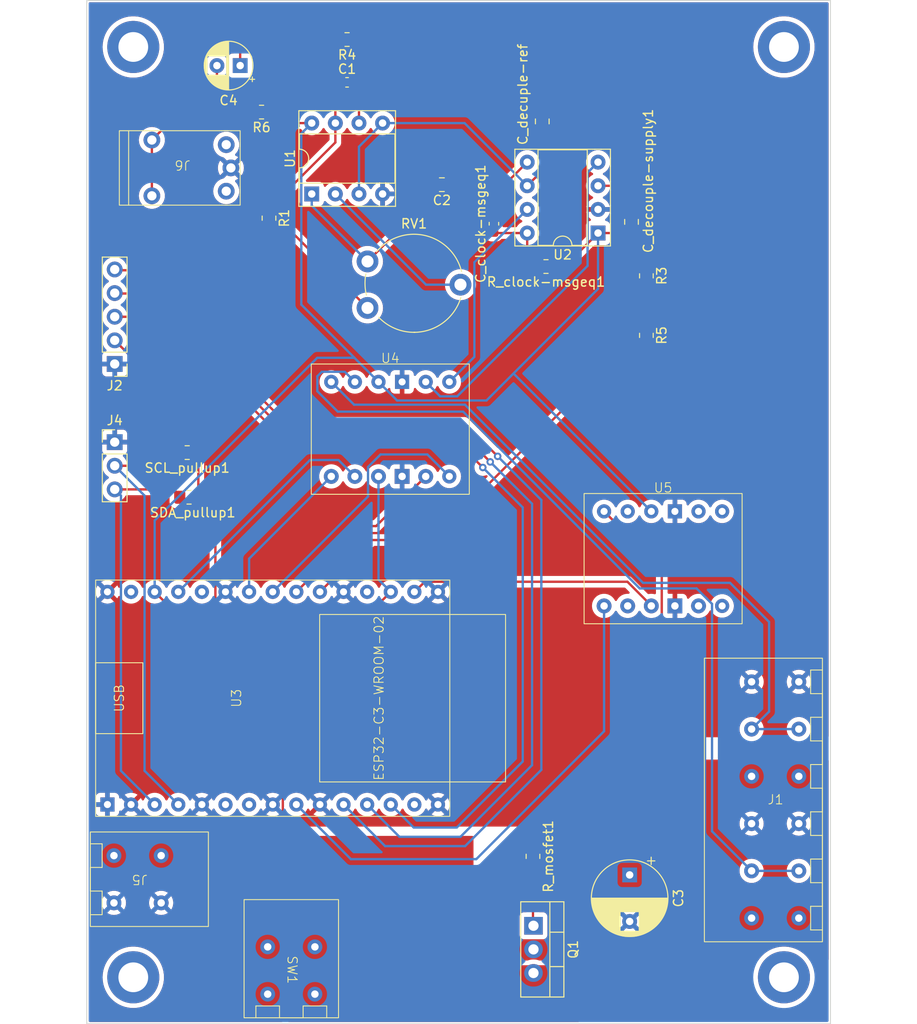
<source format=kicad_pcb>
(kicad_pcb (version 20221018) (generator pcbnew)
  (layers (0 "F.Cu" signal) (31 "B.Cu" signal) (34 "B.Paste" user) (35 "F.Paste" user) (36 "B.SilkS" user "B.Silkscreen") (37 "F.SilkS" user "F.Silkscreen") (38 "B.Mask" user) (39 "F.Mask" user) (44 "Edge.Cuts" user))
  (net 0 "")
  (net 1 "preamp_out")
  (net 2 "Net-(U1B--)")
  (net 3 "msgeq7-in")
  (net 4 "Net-(C2-Pad2)")
  (net 5 "5V_led")
  (net 6 "Net-(C4-Pad2)")
  (net 7 "5V")
  (net 8 "V_ref")
  (net 9 "Net-(J1-Pin_2)")
  (net 10 "Net-(J1-Pin_5)")
  (net 11 "Net-(J4-Pin_2)")
  (net 12 "GND")
  (net 13 "Net-(J4-Pin_3)")
  (net 14 "3V3")
  (net 15 "rotary_sw")
  (net 16 "Net-(Q1-G)")
  (net 17 "+5V")
  (net 18 "rotary_dt")
  (net 19 "rotary_clk")
  (net 20 "Net-(R1-Pad2)")
  (net 21 "Net-(U2-CKIN)")
  (net 22 "msgeq7-out")
  (net 23 "Net-(U1A--)")
  (net 24 "power_fet")
  (net 25 "msgeq7-strobe")
  (net 26 "msgeq7-reset")
  (net 27 "esp_led-strip_front")
  (net 28 "esp_led-strip_back")
  (net 29 "esp_msgeq7-strobe")
  (net 30 "esp_msgeq7-reset")
  (net 31 "Net-(U3-GPIO4{slash}ADC1_CH4)")
  (net 40 "Net-(U3-GPIO10)")
  (footprint "Capacitor_SMD:C_0603_1608Metric_Pad1.08x0.95mm_HandSolder" (layer "F.Cu") (at 78 68.8)
    (fp_text reference "C1" (at 0 -1.43) (layer "F.SilkS"))
    (fp_text value "10p")
    (pad "1" smd roundrect (at -0.8625 0) (size 1.075 0.95) (layers "F.Cu" "F.Paste" "F.Mask") (net 1 "preamp_out"))
    (pad "2" smd roundrect (at 0.8625 0) (size 1.075 0.95) (layers "F.Cu" "F.Paste" "F.Mask") (net 2 "Net-(U1B--)"))
  )
  (footprint "MountingHole:MountingHole_3.2mm_M3_DIN965_Pad" (layer "F.Cu") (at 125 65)
    (fp_text reference "REF**" hide)
    (fp_text value "MountingHole_3.2mm_M3_DIN965_Pad")
    (pad "1" thru_hole circle (at 0 0) (size 5.6 5.6) (drill 3.2) (layers "*.Cu" "*.Mask"))
  )
  (footprint "my_lib:ak3001_spring_wire_terminal_2x" (layer "F.Cu") (at 58 157 180)
    (fp_text reference "J5" (at 2.3 2.5 180 unlocked) (layer "F.SilkS") (effects (font (thickness 0.1))))
    (fp_text value "power_input")
    (pad "1" thru_hole circle (at 0 0 180) (size 1.6 1.6) (drill 0.8) (layers "*.Cu" "*.Mask") (net 12 "GND"))
    (pad "1" thru_hole circle (at 5.08 0 180) (size 1.6 1.6) (drill 0.8) (layers "*.Cu" "*.Mask") (net 12 "GND"))
    (pad "2" thru_hole circle (at 0 5.08 180) (size 1.6 1.6) (drill 0.8) (layers "*.Cu" "*.Mask") (net 17 "+5V"))
    (pad "2" thru_hole circle (at 5.08 5.08 180) (size 1.6 1.6) (drill 0.8) (layers "*.Cu" "*.Mask") (net 17 "+5V"))
  )
  (footprint "my_lib:jack_3.5mm_TS-only" (layer "F.Cu") (at 57 81 180)
    (fp_text reference "J6" (at -3.3 3.3 180 unlocked) (layer "F.SilkS") (effects (font (thickness 0.1))))
    (fp_text value "AudioJack2")
    (pad "0" thru_hole circle (at -8 0.5 180) (size 1.8 1.8) (drill 1) (layers "*.Cu" "*.Mask"))
    (pad "0" thru_hole circle (at -8 5.5 180) (size 1.8 1.8) (drill 1) (layers "*.Cu" "*.Mask"))
    (pad "S" thru_hole circle (at -8.5 3 180) (size 1.8 1.8) (drill 1) (layers "*.Cu" "*.Mask") (net 12 "GND"))
    (pad "T" thru_hole circle (at 0 0 180) (size 1.8 1.8) (drill 1) (layers "*.Cu" "*.Mask") (net 6 "Net-(C4-Pad2)"))
    (pad "T" thru_hole circle (at 0 6 180) (size 1.8 1.8) (drill 1) (layers "*.Cu" "*.Mask") (net 6 "Net-(C4-Pad2)"))
  )
  (footprint "Resistor_SMD:R_0805_2012Metric_Pad1.20x1.40mm_HandSolder" (layer "F.Cu") (at 98 152 -90)
    (fp_text reference "R_mosfet1" (at 0 -1.65 90) (layer "F.SilkS"))
    (fp_text value "220")
    (pad "1" smd roundrect (at -1 0 270) (size 1.2 1.4) (layers "F.Cu" "F.Paste" "F.Mask") (roundrect_rratio 0.208333) (net 24 "power_fet"))
    (pad "2" smd roundrect (at 1 0 270) (size 1.2 1.4) (layers "F.Cu" "F.Paste" "F.Mask") (roundrect_rratio 0.208333) (net 16 "Net-(Q1-G)"))
  )
  (footprint "Package_TO_SOT_THT:TO-220-3_Vertical" (layer "F.Cu") (at 98.055 159.46 -90)
    (fp_text reference "Q1" (at 2.54 -4.27 90) (layer "F.SilkS"))
    (fp_text value "IRF9540N")
    (pad "1" thru_hole rect (at 0 0 270) (size 1.905 2) (drill 1.1) (layers "*.Cu" "*.Mask") (net 16 "Net-(Q1-G)"))
    (pad "2" thru_hole oval (at 2.54 0 270) (size 1.905 2) (drill 1.1) (layers "*.Cu" "*.Mask") (net 5 "5V_led"))
    (pad "3" thru_hole oval (at 5.08 0 270) (size 1.905 2) (drill 1.1) (layers "*.Cu" "*.Mask") (net 7 "5V"))
  )
  (footprint "Resistor_SMD:R_0805_2012Metric_Pad1.20x1.40mm_HandSolder" (layer "F.Cu") (at 110.2 89.6 -90)
    (fp_text reference "R3" (at 0 -1.65 90) (layer "F.SilkS"))
    (fp_text value "1M")
    (pad "1" smd roundrect (at -1 0 270) (size 1.2 1.4) (layers "F.Cu" "F.Paste" "F.Mask") (roundrect_rratio 0.208333) (net 22 "msgeq7-out"))
    (pad "2" smd roundrect (at 1 0 270) (size 1.2 1.4) (layers "F.Cu" "F.Paste" "F.Mask") (roundrect_rratio 0.208333) (net 31 "Net-(U3-GPIO4{slash}ADC1_CH4)"))
  )
  (footprint "MountingHole:MountingHole_3.2mm_M3_DIN965_Pad" (layer "F.Cu") (at 55 165)
    (fp_text reference "REF**" hide)
    (fp_text value "MountingHole_3.2mm_M3_DIN965_Pad")
    (pad "1" thru_hole circle (at 0 0) (size 5.6 5.6) (drill 3.2) (layers "*.Cu" "*.Mask"))
  )
  (footprint "Capacitor_SMD:C_0805_2012Metric_Pad1.18x1.45mm_HandSolder" (layer "F.Cu") (at 88.2 79.8 180)
    (fp_text reference "C2" (at 0 -1.68) (layer "F.SilkS"))
    (fp_text value "220n")
    (pad "1" smd roundrect (at -1.0375 0 180) (size 1.175 1.45) (layers "F.Cu" "F.Paste" "F.Mask") (roundrect_rratio 0.212766) (net 3 "msgeq7-in"))
    (pad "2" smd roundrect (at 1.0375 0 180) (size 1.175 1.45) (layers "F.Cu" "F.Paste" "F.Mask") (roundrect_rratio 0.212766) (net 4 "Net-(C2-Pad2)"))
  )
  (footprint "Resistor_SMD:R_0805_2012Metric_Pad1.20x1.40mm_HandSolder" (layer "F.Cu") (at 61 113.4 180)
    (fp_text reference "SDA_pullup1" (at -0.4 -1.65) (layer "F.SilkS"))
    (fp_text value "2k")
    (pad "1" smd roundrect (at -1 0 180) (size 1.2 1.4) (layers "F.Cu" "F.Paste" "F.Mask") (roundrect_rratio 0.208333) (net 14 "3V3"))
    (pad "2" smd roundrect (at 1 0 180) (size 1.2 1.4) (layers "F.Cu" "F.Paste" "F.Mask") (roundrect_rratio 0.208333) (net 13 "Net-(J4-Pin_3)"))
  )
  (footprint "Connector_PinHeader_2.54mm:PinHeader_1x03_P2.54mm_Vertical" (layer "F.Cu") (at 53 107.475)
    (fp_text reference "J4" (at 0 -2.33) (layer "F.SilkS"))
    (fp_text value "header_pi")
    (pad "1" thru_hole rect (at 0 0) (size 1.7 1.7) (drill 1) (layers "*.Cu" "*.Mask") (net 12 "GND"))
    (pad "2" thru_hole oval (at 0 2.54) (size 1.7 1.7) (drill 1) (layers "*.Cu" "*.Mask") (net 11 "Net-(J4-Pin_2)"))
    (pad "3" thru_hole oval (at 0 5.08) (size 1.7 1.7) (drill 1) (layers "*.Cu" "*.Mask") (net 13 "Net-(J4-Pin_3)"))
  )
  (footprint "Package_DIP:DIP-8_W7.62mm_Socket" (layer "F.Cu") (at 105 85 180)
    (fp_text reference "U2" (at 3.81 -2.33) (layer "F.SilkS"))
    (fp_text value "MSGEQ7")
    (pad "1" thru_hole rect (at 0 0 180) (size 1.6 1.6) (drill 0.8) (layers "*.Cu" "*.Mask") (net 7 "5V"))
    (pad "2" thru_hole oval (at 0 2.54 180) (size 1.6 1.6) (drill 0.8) (layers "*.Cu" "*.Mask") (net 12 "GND"))
    (pad "3" thru_hole oval (at 0 5.08 180) (size 1.6 1.6) (drill 0.8) (layers "*.Cu" "*.Mask") (net 22 "msgeq7-out"))
    (pad "4" thru_hole oval (at 0 7.62 180) (size 1.6 1.6) (drill 0.8) (layers "*.Cu" "*.Mask") (net 25 "msgeq7-strobe"))
    (pad "5" thru_hole oval (at 7.62 7.62 180) (size 1.6 1.6) (drill 0.8) (layers "*.Cu" "*.Mask") (net 3 "msgeq7-in"))
    (pad "6" thru_hole oval (at 7.62 5.08 180) (size 1.6 1.6) (drill 0.8) (layers "*.Cu" "*.Mask") (net 8 "V_ref"))
    (pad "7" thru_hole oval (at 7.62 2.54 180) (size 1.6 1.6) (drill 0.8) (layers "*.Cu" "*.Mask") (net 26 "msgeq7-reset"))
    (pad "8" thru_hole oval (at 7.62 0 180) (size 1.6 1.6) (drill 0.8) (layers "*.Cu" "*.Mask") (net 21 "Net-(U2-CKIN)"))
  )
  (footprint "my_lib:sparkfun_logic_level_converter_bidirectional" (layer "F.Cu") (at 112 120)
    (fp_text reference "U5" (at 0 -7.62 unlocked) (layer "F.SilkS") (effects (font (thickness 0.1))))
    (fp_text value "logic-level-converter")
    (pad "1" thru_hole circle (at -6.35 5.08) (size 1.6 1.6) (drill 0.8) (layers "*.Cu" "*.Mask") (net 40 "Net-(U3-GPIO10)"))
    (pad "2" thru_hole circle (at -3.81 5.08) (size 1.6 1.6) (drill 0.8) (layers "*.Cu" "*.Mask"))
    (pad "3" thru_hole circle (at -1.27 5.08) (size 1.6 1.6) (drill 0.8) (layers "*.Cu" "*.Mask") (net 14 "3V3"))
    (pad "4" thru_hole rect (at 1.27 5.08) (size 1.6 1.6) (drill 0.8) (layers "*.Cu" "*.Mask") (net 12 "GND"))
    (pad "5" thru_hole circle (at 3.81 5.08) (size 1.6 1.6) (drill 0.8) (layers "*.Cu" "*.Mask"))
    (pad "6" thru_hole circle (at 6.35 5.08) (size 1.524 1.524) (drill 0.762) (layers "*.Cu" "*.Mask"))
    (pad "7" thru_hole circle (at 6.35 -5.08) (size 1.524 1.524) (drill 0.762) (layers "*.Cu" "*.Mask"))
    (pad "8" thru_hole circle (at 3.81 -5.08) (size 1.524 1.524) (drill 0.762) (layers "*.Cu" "*.Mask"))
    (pad "9" thru_hole rect (at 1.27 -5.08) (size 1.524 1.524) (drill 0.762) (layers "*.Cu" "*.Mask") (net 12 "GND"))
    (pad "10" thru_hole circle (at -1.27 -5.08) (size 1.524 1.524) (drill 0.762) (layers "*.Cu" "*.Mask") (net 7 "5V"))
    (pad "11" thru_hole circle (at -3.81 -5.08) (size 1.524 1.524) (drill 0.762) (layers "*.Cu" "*.Mask"))
    (pad "12" thru_hole circle (at -6.35 -5.08) (size 1.524 1.524) (drill 0.762) (layers "*.Cu" "*.Mask") (net 24 "power_fet"))
  )
  (footprint "MountingHole:MountingHole_3.2mm_M3_DIN965_Pad" (layer "F.Cu") (at 125 165)
    (fp_text reference "REF**" hide)
    (fp_text value "MountingHole_3.2mm_M3_DIN965_Pad")
    (pad "1" thru_hole circle (at 0 0) (size 5.6 5.6) (drill 3.2) (layers "*.Cu" "*.Mask"))
  )
  (footprint "Capacitor_SMD:C_0805_2012Metric_Pad1.18x1.45mm_HandSolder" (layer "F.Cu") (at 99 73 90)
    (fp_text reference "C_decuple-ref" (at 2.9 -2.1 90) (layer "F.SilkS"))
    (fp_text value "0.1u")
    (pad "1" smd roundrect (at -1.0375 0 90) (size 1.175 1.45) (layers "F.Cu" "F.Paste" "F.Mask") (roundrect_rratio 0.212766) (net 8 "V_ref"))
    (pad "2" smd roundrect (at 1.0375 0 90) (size 1.175 1.45) (layers "F.Cu" "F.Paste" "F.Mask") (roundrect_rratio 0.212766) (net 12 "GND"))
  )
  (footprint "Resistor_SMD:R_0805_2012Metric_Pad1.20x1.40mm_HandSolder" (layer "F.Cu") (at 110.2 96 -90)
    (fp_text reference "R5" (at 0 -1.65 90) (layer "F.SilkS"))
    (fp_text value "2M")
    (pad "1" smd roundrect (at -1 0 270) (size 1.2 1.4) (layers "F.Cu" "F.Paste" "F.Mask") (roundrect_rratio 0.208333) (net 31 "Net-(U3-GPIO4{slash}ADC1_CH4)"))
    (pad "2" smd roundrect (at 1 0 270) (size 1.2 1.4) (layers "F.Cu" "F.Paste" "F.Mask") (roundrect_rratio 0.208333) (net 12 "GND"))
  )
  (footprint "Resistor_SMD:R_0805_2012Metric_Pad1.20x1.40mm_HandSolder" (layer "F.Cu") (at 78 64.2 180)
    (fp_text reference "R4" (at 0 -1.65) (layer "F.SilkS"))
    (fp_text value "150k")
    (pad "1" smd roundrect (at -1 0 180) (size 1.2 1.4) (layers "F.Cu" "F.Paste" "F.Mask") (roundrect_rratio 0.208333) (net 2 "Net-(U1B--)"))
    (pad "2" smd roundrect (at 1 0 180) (size 1.2 1.4) (layers "F.Cu" "F.Paste" "F.Mask") (roundrect_rratio 0.208333) (net 1 "preamp_out"))
  )
  (footprint "Potentiometer_THT:Potentiometer_Piher_PT-10-V10_Vertical" (layer "F.Cu") (at 80.2 93.05)
    (fp_text reference "RV1" (at 5 -9.05) (layer "F.SilkS"))
    (fp_text value "5k")
    (pad "1" thru_hole circle (at 0 0) (size 2.34 2.34) (drill 1.3) (layers "*.Cu" "*.Mask") (net 20 "Net-(R1-Pad2)"))
    (pad "2" thru_hole circle (at 10 -2.5) (size 2.34 2.34) (drill 1.3) (layers "*.Cu" "*.Mask") (net 23 "Net-(U1A--)"))
    (pad "3" thru_hole circle (at 0 -5) (size 2.34 2.34) (drill 1.3) (layers "*.Cu" "*.Mask") (net 4 "Net-(C2-Pad2)"))
  )
  (footprint "Capacitor_THT:CP_Radial_D5.0mm_P2.50mm" (layer "F.Cu") (at 66.5 67 180)
    (fp_text reference "C4" (at 1.25 -3.75) (layer "F.SilkS"))
    (fp_text value "5.6u")
    (pad "1" thru_hole rect (at 0 0 180) (size 1.6 1.6) (drill 0.8) (layers "*.Cu" "*.Mask") (net 2 "Net-(U1B--)"))
    (pad "2" thru_hole circle (at 2.5 0 180) (size 1.6 1.6) (drill 0.8) (layers "*.Cu" "*.Mask") (net 6 "Net-(C4-Pad2)"))
  )
  (footprint "Capacitor_SMD:C_0603_1608Metric_Pad1.08x0.95mm_HandSolder" (layer "F.Cu") (at 93.8 84 90)
    (fp_text reference "C_clock-msgeq1" (at 0 -1.43 90) (layer "F.SilkS"))
    (fp_text value "33p")
    (pad "1" smd roundrect (at -0.8625 0 90) (size 1.075 0.95) (layers "F.Cu" "F.Paste" "F.Mask") (net 21 "Net-(U2-CKIN)"))
    (pad "2" smd roundrect (at 0.8625 0 90) (size 1.075 0.95) (layers "F.Cu" "F.Paste" "F.Mask") (net 12 "GND"))
  )
  (footprint "MountingHole:MountingHole_3.2mm_M3_DIN965_Pad" (layer "F.Cu") (at 55 65)
    (fp_text reference "REF**" hide)
    (fp_text value "MountingHole_3.2mm_M3_DIN965_Pad")
    (pad "1" thru_hole circle (at 0 0) (size 5.6 5.6) (drill 3.2) (layers "*.Cu" "*.Mask"))
  )
  (footprint "Resistor_SMD:R_0805_2012Metric_Pad1.20x1.40mm_HandSolder" (layer "F.Cu") (at 99.4 88.6 180)
    (fp_text reference "R_clock-msgeq1" (at 0 -1.65) (layer "F.SilkS"))
    (fp_text value "200k")
    (pad "1" smd roundrect (at -1 0 180) (size 1.2 1.4) (layers "F.Cu" "F.Paste" "F.Mask") (roundrect_rratio 0.208333) (net 7 "5V"))
    (pad "2" smd roundrect (at 1 0 180) (size 1.2 1.4) (layers "F.Cu" "F.Paste" "F.Mask") (roundrect_rratio 0.208333) (net 21 "Net-(U2-CKIN)"))
  )
  (footprint "Resistor_SMD:R_0805_2012Metric_Pad1.20x1.40mm_HandSolder" (layer "F.Cu") (at 60.8 108.6 180)
    (fp_text reference "SCL_pullup1" (at 0 -1.65) (layer "F.SilkS"))
    (fp_text value "2k")
    (pad "1" smd roundrect (at -1 0 180) (size 1.2 1.4) (layers "F.Cu" "F.Paste" "F.Mask") (roundrect_rratio 0.208333) (net 14 "3V3"))
    (pad "2" smd roundrect (at 1 0 180) (size 1.2 1.4) (layers "F.Cu" "F.Paste" "F.Mask") (roundrect_rratio 0.208333) (net 11 "Net-(J4-Pin_2)"))
  )
  (footprint "Package_DIP:DIP-8_W7.62mm_Socket" (layer "F.Cu") (at 74.2 80.8 90)
    (fp_text reference "U1" (at 3.81 -2.33 90) (layer "F.SilkS"))
    (fp_text value "OPA2277")
    (pad "1" thru_hole rect (at 0 0 90) (size 1.6 1.6) (drill 0.8) (layers "*.Cu" "*.Mask") (net 4 "Net-(C2-Pad2)"))
    (pad "2" thru_hole oval (at 0 2.54 90) (size 1.6 1.6) (drill 0.8) (layers "*.Cu" "*.Mask") (net 23 "Net-(U1A--)"))
    (pad "3" thru_hole oval (at 0 5.08 90) (size 1.6 1.6) (drill 0.8) (layers "*.Cu" "*.Mask") (net 8 "V_ref"))
    (pad "4" thru_hole oval (at 0 7.62 90) (size 1.6 1.6) (drill 0.8) (layers "*.Cu" "*.Mask") (net 12 "GND"))
    (pad "5" thru_hole oval (at 7.62 7.62 90) (size 1.6 1.6) (drill 0.8) (layers "*.Cu" "*.Mask") (net 8 "V_ref"))
    (pad "6" thru_hole oval (at 7.62 5.08 90) (size 1.6 1.6) (drill 0.8) (layers "*.Cu" "*.Mask") (net 2 "Net-(U1B--)"))
    (pad "7" thru_hole oval (at 7.62 2.54 90) (size 1.6 1.6) (drill 0.8) (layers "*.Cu" "*.Mask") (net 1 "preamp_out"))
    (pad "8" thru_hole oval (at 7.62 0 90) (size 1.6 1.6) (drill 0.8) (layers "*.Cu" "*.Mask") (net 7 "5V"))
  )
  (footprint "Resistor_SMD:R_0805_2012Metric_Pad1.20x1.40mm_HandSolder" (layer "F.Cu") (at 68.8 72 180)
    (fp_text reference "R6" (at 0 -1.65) (layer "F.SilkS"))
    (fp_text value "5k6")
    (pad "1" smd roundrect (at -1 0 180) (size 1.2 1.4) (layers "F.Cu" "F.Paste" "F.Mask") (roundrect_rratio 0.208333) (net 7 "5V"))
    (pad "2" smd roundrect (at 1 0 180) (size 1.2 1.4) (layers "F.Cu" "F.Paste" "F.Mask") (roundrect_rratio 0.208333) (net 6 "Net-(C4-Pad2)"))
  )
  (footprint "Capacitor_SMD:C_0805_2012Metric_Pad1.18x1.45mm_HandSolder" (layer "F.Cu") (at 108.6 83.8 90)
    (fp_text reference "C_decouple-supply1" (at 4.4 1.8 90) (layer "F.SilkS"))
    (fp_text value "0.1u")
    (pad "1" smd roundrect (at -1.0375 0 90) (size 1.175 1.45) (layers "F.Cu" "F.Paste" "F.Mask") (roundrect_rratio 0.212766) (net 7 "5V"))
    (pad "2" smd roundrect (at 1.0375 0 90) (size 1.175 1.45) (layers "F.Cu" "F.Paste" "F.Mask") (roundrect_rratio 0.212766) (net 12 "GND"))
  )
  (footprint "Capacitor_THT:CP_Radial_D8.0mm_P5.00mm" (layer "F.Cu") (at 108.4 153.997349 -90)
    (fp_text reference "C3" (at 2.5 -5.25 90) (layer "F.SilkS"))
    (fp_text value "C_Polarized")
    (pad "1" thru_hole rect (at 0 0 270) (size 1.6 1.6) (drill 0.8) (layers "*.Cu" "*.Mask") (net 5 "5V_led"))
    (pad "2" thru_hole circle (at 5 0 270) (size 1.6 1.6) (drill 0.8) (layers "*.Cu" "*.Mask") (net 12 "GND"))
  )
  (footprint "Resistor_SMD:R_0805_2012Metric_Pad1.20x1.40mm_HandSolder" (layer "F.Cu") (at 69.6 83.4 -90)
    (fp_text reference "R1" (at 0 -1.65 90) (layer "F.SilkS"))
    (fp_text value "1k")
    (pad "1" smd roundrect (at -1 0 270) (size 1.2 1.4) (layers "F.Cu" "F.Paste" "F.Mask") (roundrect_rratio 0.208333) (net 1 "preamp_out"))
    (pad "2" smd roundrect (at 1 0 270) (size 1.2 1.4) (layers "F.Cu" "F.Paste" "F.Mask") (roundrect_rratio 0.208333) (net 20 "Net-(R1-Pad2)"))
  )
  (footprint "my_lib:sparkfun_logic_level_converter_bidirectional" (layer "F.Cu") (at 82.65 106.08)
    (fp_text reference "U4" (at 0 -7.62 unlocked) (layer "F.SilkS") (effects (font (thickness 0.1))))
    (fp_text value "logic-level-converter")
    (pad "1" thru_hole circle (at -6.35 5.08) (size 1.6 1.6) (drill 0.8) (layers "*.Cu" "*.Mask") (net 27 "esp_led-strip_front"))
    (pad "2" thru_hole circle (at -3.81 5.08) (size 1.6 1.6) (drill 0.8) (layers "*.Cu" "*.Mask") (net 28 "esp_led-strip_back"))
    (pad "3" thru_hole circle (at -1.27 5.08) (size 1.6 1.6) (drill 0.8) (layers "*.Cu" "*.Mask") (net 14 "3V3"))
    (pad "4" thru_hole rect (at 1.27 5.08) (size 1.6 1.6) (drill 0.8) (layers "*.Cu" "*.Mask") (net 12 "GND"))
    (pad "5" thru_hole circle (at 3.81 5.08) (size 1.6 1.6) (drill 0.8) (layers "*.Cu" "*.Mask") (net 29 "esp_msgeq7-strobe"))
    (pad "6" thru_hole circle (at 6.35 5.08) (size 1.524 1.524) (drill 0.762) (layers "*.Cu" "*.Mask") (net 30 "esp_msgeq7-reset"))
    (pad "7" thru_hole circle (at 6.35 -5.08) (size 1.524 1.524) (drill 0.762) (layers "*.Cu" "*.Mask") (net 26 "msgeq7-reset"))
    (pad "8" thru_hole circle (at 3.81 -5.08) (size 1.524 1.524) (drill 0.762) (layers "*.Cu" "*.Mask") (net 25 "msgeq7-strobe"))
    (pad "9" thru_hole rect (at 1.27 -5.08) (size 1.524 1.524) (drill 0.762) (layers "*.Cu" "*.Mask") (net 12 "GND"))
    (pad "10" thru_hole circle (at -1.27 -5.08) (size 1.524 1.524) (drill 0.762) (layers "*.Cu" "*.Mask") (net 7 "5V"))
    (pad "11" thru_hole circle (at -3.81 -5.08) (size 1.524 1.524) (drill 0.762) (layers "*.Cu" "*.Mask") (net 10 "Net-(J1-Pin_5)"))
    (pad "12" thru_hole circle (at -6.35 -5.08) (size 1.524 1.524) (drill 0.762) (layers "*.Cu" "*.Mask") (net 9 "Net-(J1-Pin_2)"))
  )
  (footprint "Connector_PinHeader_2.54mm:PinHeader_1x05_P2.54mm_Vertical" (layer "F.Cu") (at 53 99.075 180)
    (fp_text reference "J2" (at 0 -2.33) (layer "F.SilkS"))
    (fp_text value "header_rotary-encoder")
    (pad "1" thru_hole rect (at 0 0 180) (size 1.7 1.7) (drill 1) (layers "*.Cu" "*.Mask") (net 12 "GND"))
    (pad "2" thru_hole oval (at 0 2.54 180) (size 1.7 1.7) (drill 1) (layers "*.Cu" "*.Mask") (net 14 "3V3"))
    (pad "3" thru_hole oval (at 0 5.08 180) (size 1.7 1.7) (drill 1) (layers "*.Cu" "*.Mask") (net 15 "rotary_sw"))
    (pad "4" thru_hole oval (at 0 7.62 180) (size 1.7 1.7) (drill 1) (layers "*.Cu" "*.Mask") (net 18 "rotary_dt"))
    (pad "5" thru_hole oval (at 0 10.16 180) (size 1.7 1.7) (drill 1) (layers "*.Cu" "*.Mask") (net 19 "rotary_clk"))
  )
  (footprint "my_lib:esp32_c3_dev-kit-c_02" (layer "F.Cu") (at 52.22 146.43 90)
    (fp_text reference "U3" (at 11.43 13.88 90 unlocked) (layer "F.SilkS") (effects (font (thickness 0.1))))
    (fp_text value "~")
    (fp_text user "ESP32-C3-WROOM-02" (at 11.43 29.21 90 unlocked) (layer "F.SilkS") (effects (font (thickness 0.1))))
    (fp_text user "USB" (at 11.43 1.27 90 unlocked) (layer "F.SilkS") (effects (font (thickness 0.1))))
    (pad "0" thru_hole circle (at 0 33.02 90) (size 1.524 1.524) (drill 0.762) (layers "*.Cu" "*.Mask"))
    (pad "1" thru_hole circle (at 0 30.48 90) (size 1.524 1.524) (drill 0.762) (layers "*.Cu" "*.Mask") (net 15 "rotary_sw"))
    (pad "2" thru_hole circle (at 0 27.94 90) (size 1.524 1.524) (drill 0.762) (layers "*.Cu" "*.Mask") (net 18 "rotary_dt"))
    (pad "3" thru_hole circle (at 0 25.4 90) (size 1.524 1.524) (drill 0.762) (layers "*.Cu" "*.Mask") (net 19 "rotary_clk"))
    (pad "4" thru_hole circle (at 22.86 22.86 90) (size 1.524 1.524) (drill 0.762) (layers "*.Cu" "*.Mask") (net 31 "Net-(U3-GPIO4{slash}ADC1_CH4)"))
    (pad "5" thru_hole circle (at 22.86 20.32 90) (size 1.524 1.524) (drill 0.762) (layers "*.Cu" "*.Mask") (net 29 "esp_msgeq7-strobe"))
    (pad "6" thru_hole circle (at 22.86 17.78 90) (size 1.524 1.524) (drill 0.762) (layers "*.Cu" "*.Mask") (net 30 "esp_msgeq7-reset"))
    (pad "7" thru_hole circle (at 22.86 15.24 90) (size 1.524 1.524) (drill 0.762) (layers "*.Cu" "*.Mask") (net 27 "esp_led-strip_front"))
    (pad "8" thru_hole circle (at 22.86 10.16 90) (size 1.524 1.524) (drill 0.762) (layers "*.Cu" "*.Mask"))
    (pad "9" thru_hole circle (at 22.86 7.62 90) (size 1.524 1.524) (drill 0.762) (layers "*.Cu" "*.Mask") (net 28 "esp_led-strip_back"))
    (pad "10" thru_hole circle (at 0 20.32 90) (size 1.524 1.524) (drill 0.762) (layers "*.Cu" "*.Mask") (net 40 "Net-(U3-GPIO10)"))
    (pad "11" thru_hole rect (at 0 0 90) (size 1.524 1.524) (drill 0.762) (layers "*.Cu" "*.Mask") (net 12 "GND"))
    (pad "11" thru_hole circle (at 0 2.54 90) (size 1.524 1.524) (drill 0.762) (layers "*.Cu" "*.Mask") (net 12 "GND"))
    (pad "11" thru_hole circle (at 0 10.16 90) (size 1.524 1.524) (drill 0.762) (layers "*.Cu" "*.Mask") (net 12 "GND"))
    (pad "11" thru_hole circle (at 0 17.78 90) (size 1.524 1.524) (drill 0.762) (layers "*.Cu" "*.Mask") (net 12 "GND"))
    (pad "11" thru_hole circle (at 0 22.86 90) (size 1.524 1.524) (drill 0.762) (layers "*.Cu" "*.Mask") (net 12 "GND"))
    (pad "11" thru_hole circle (at 0 35.56 90) (size 1.524 1.524) (drill 0.762) (layers "*.Cu" "*.Mask") (net 12 "GND"))
    (pad "11" thru_hole circle (at 22.86 0 90) (size 1.524 1.524) (drill 0.762) (layers "*.Cu" "*.Mask") (net 12 "GND"))
    (pad "11" thru_hole circle (at 22.86 12.7 90) (size 1.524 1.524) (drill 0.762) (layers "*.Cu" "*.Mask") (net 12 "GND"))
    (pad "11" thru_hole circle (at 22.86 25.4 90) (size 1.524 1.524) (drill 0.762) (layers "*.Cu" "*.Mask") (net 12 "GND"))
    (pad "11" thru_hole circle (at 22.86 35.56 90) (size 1.524 1.524) (drill 0.762) (layers "*.Cu" "*.Mask") (net 12 "GND"))
    (pad "12" thru_hole circle (at 22.86 27.94 90) (size 1.524 1.524) (drill 0.762) (layers "*.Cu" "*.Mask"))
    (pad "13" thru_hole circle (at 22.86 30.48 90) (size 1.524 1.524) (drill 0.762) (layers "*.Cu" "*.Mask") (net 14 "3V3"))
    (pad "13" thru_hole circle (at 22.86 33.02 90) (size 1.524 1.524) (drill 0.762) (layers "*.Cu" "*.Mask") (net 14 "3V3"))
    (pad "14" thru_hole circle (at 22.86 2.54 90) (size 1.524 1.524) (drill 0.762) (layers "*.Cu" "*.Mask") (net 7 "5V"))
    (pad "14" thru_hole circle (at 22.86 5.08 90) (size 1.524 1.524) (drill 0.762) (layers "*.Cu" "*.Mask") (net 7 "5V"))
    (pad "18" thru_hole circle (at 0 7.62 90) (size 1.524 1.524) (drill 0.762) (layers "*.Cu" "*.Mask") (net 11 "Net-(J4-Pin_2)"))
    (pad "19" thru_hole circle (at 0 5.08 90) (size 1.524 1.524) (drill 0.762) (layers "*.Cu" "*.Mask") (net 13 "Net-(J4-Pin_3)"))
    (pad "20" thru_hole circle (at 0 15.24 90) (size 1.524 1.524) (drill 0.762) (layers "*.Cu" "*.Mask"))
    (pad "21" thru_hole circle (at 0 12.7 90) (size 1.524 1.524) (drill 0.762) (layers "*.Cu" "*.Mask"))
  )
  (footprint "my_lib:ak3001_spring_wire_terminal_6x" (layer "F.Cu") (at 121.52 133.24)
    (fp_text reference "J1" (at 2.58 12.66 unlocked) (layer "F.SilkS") (effects (font (thickness 0.1))))
    (fp_text value "terminal_led-strip")
    (pad "1" thru_hole circle (at 0 0) (size 1.6 1.6) (drill 0.8) (layers "*.Cu" "*.Mask") (net 12 "GND"))
    (pad "1" thru_hole circle (at 5.08 0) (size 1.6 1.6) (drill 0.8) (layers "*.Cu" "*.Mask") (net 12 "GND"))
    (pad "2" thru_hole circle (at 0 5.08) (size 1.6 1.6) (drill 0.8) (layers "*.Cu" "*.Mask") (net 9 "Net-(J1-Pin_2)"))
    (pad "2" thru_hole circle (at 5.08 5.08) (size 1.6 1.6) (drill 0.8) (layers "*.Cu" "*.Mask") (net 9 "Net-(J1-Pin_2)"))
    (pad "3" thru_hole circle (at 0 10.16) (size 1.6 1.6) (drill 0.8) (layers "*.Cu" "*.Mask") (net 5 "5V_led"))
    (pad "3" thru_hole circle (at 5.08 10.16) (size 1.6 1.6) (drill 0.8) (layers "*.Cu" "*.Mask") (net 5 "5V_led"))
    (pad "4" thru_hole circle (at 0 15.24) (size 1.6 1.6) (drill 0.8) (layers "*.Cu" "*.Mask") (net 12 "GND"))
    (pad "4" thru_hole circle (at 5.08 15.24) (size 1.6 1.6) (drill 0.8) (layers "*.Cu" "*.Mask") (net 12 "GND"))
    (pad "5" thru_hole circle (at 0 20.32) (size 1.6 1.6) (drill 0.8) (layers "*.Cu" "*.Mask") (net 10 "Net-(J1-Pin_5)"))
    (pad "5" thru_hole circle (at 5.08 20.32) (size 1.6 1.6) (drill 0.8) (layers "*.Cu" "*.Mask") (net 10 "Net-(J1-Pin_5)"))
    (pad "6" thru_hole circle (at 0 25.4) (size 1.6 1.6) (drill 0.8) (layers "*.Cu" "*.Mask") (net 5 "5V_led"))
    (pad "6" thru_hole circle (at 5.08 25.4) (size 1.6 1.6) (drill 0.8) (layers "*.Cu" "*.Mask") (net 5 "5V_led"))
  )
  (footprint "my_lib:ak3001_spring_wire_terminal_2x" (layer "F.Cu") (at 74.54 161.73 -90)
    (fp_text reference "SW1" (at 2.47 2.44 -90 unlocked) (layer "F.SilkS") (effects (font (thickness 0.1))))
    (fp_text value "power_switch")
    (pad "1" thru_hole circle (at 0 0 270) (size 1.6 1.6) (drill 0.8) (layers "*.Cu" "*.Mask") (net 7 "5V"))
    (pad "1" thru_hole circle (at 5.08 0 270) (size 1.6 1.6) (drill 0.8) (layers "*.Cu" "*.Mask") (net 7 "5V"))
    (pad "2" thru_hole circle (at 0 5.08 270) (size 1.6 1.6) (drill 0.8) (layers "*.Cu" "*.Mask") (net 17 "+5V"))
    (pad "2" thru_hole circle (at 5.08 5.08 270) (size 1.6 1.6) (drill 0.8) (layers "*.Cu" "*.Mask") (net 17 "+5V"))
  )
  (gr_rect (start 50 60) (end 130 170) (stroke (width 0.1)) (fill none) (layer "Edge.Cuts"))
  (segment (start 77.1375 64.3375) (end 77 64.2) (width 0.25) (layer "F.Cu") (net 1))
  (segment (start 77.1375 68.8) (end 77.1375 64.3375) (width 0.25) (layer "F.Cu") (net 1))
  (segment (start 76.74 73.18) (end 76.74 69.1975) (width 0.25) (layer "F.Cu") (net 1))
  (segment (start 76.74 75.26) (end 69.6 82.4) (width 0.25) (layer "F.Cu") (net 1))
  (segment (start 76.74 69.1975) (end 77.1375 68.8) (width 0.25) (layer "F.Cu") (net 1))
  (segment (start 76.74 73.18) (end 76.74 75.26) (width 0.25) (layer "F.Cu") (net 1))
  (segment (start 68.225 63.175) (end 77.975 63.175) (width 0.25) (layer "F.Cu") (net 2))
  (segment (start 66.5 64.9) (end 68.225 63.175) (width 0.25) (layer "F.Cu") (net 2))
  (segment (start 79.28 73.18) (end 79.28 69.2175) (width 0.25) (layer "F.Cu") (net 2))
  (segment (start 78.8625 68.8) (end 78.8625 64.3375) (width 0.25) (layer "F.Cu") (net 2))
  (segment (start 66.5 67) (end 66.5 64.9) (width 0.25) (layer "F.Cu") (net 2))
  (segment (start 79.28 69.2175) (end 78.8625 68.8) (width 0.25) (layer "F.Cu") (net 2))
  (segment (start 78.8625 64.3375) (end 79 64.2) (width 0.25) (layer "F.Cu") (net 2))
  (segment (start 77.975 63.175) (end 79 64.2) (width 0.25) (layer "F.Cu") (net 2))
  (segment (start 89.2375 79.8) (end 94.96 79.8) (width 0.25) (layer "F.Cu") (net 3))
  (segment (start 94.96 79.8) (end 97.38 77.38) (width 0.25) (layer "F.Cu") (net 3))
  (segment (start 87.1625 81.0875) (end 87.1625 79.8) (width 0.25) (layer "F.Cu") (net 4))
  (segment (start 80.2 88.05) (end 87.1625 81.0875) (width 0.25) (layer "F.Cu") (net 4))
  (segment (start 80.2 88.05) (end 74.2 82.05) (width 0.25) (layer "B.Cu") (net 4))
  (segment (start 74.2 82.05) (end 74.2 80.8) (width 0.25) (layer "B.Cu") (net 4))
  (segment (start 57 81) (end 57 75) (width 0.25) (layer "F.Cu") (net 6))
  (segment (start 59.8 72.2) (end 64 68) (width 0.25) (layer "F.Cu") (net 6))
  (segment (start 60 72) (end 67.8 72) (width 0.25) (layer "F.Cu") (net 6))
  (segment (start 64 68) (end 64 67) (width 0.25) (layer "F.Cu") (net 6))
  (segment (start 59.2 72.8) (end 60 72) (width 0.25) (layer "F.Cu") (net 6))
  (segment (start 59.2 72.8) (end 59.8 72.2) (width 0.25) (layer "F.Cu") (net 6))
  (segment (start 57 75) (end 59.2 72.8) (width 0.25) (layer "F.Cu") (net 6))
  (segment (start 71.087 147.687) (end 73.6 150.2) (width 0.25) (layer "F.Cu") (net 7))
  (segment (start 70.98 73.18) (end 69.8 72) (width 0.25) (layer "F.Cu") (net 7))
  (segment (start 73.98 73.4) (end 74.2 73.18) (width 0.25) (layer "F.Cu") (net 7))
  (segment (start 57.3 123.57) (end 71.087 137.357) (width 0.25) (layer "F.Cu") (net 7))
  (segment (start 105 85) (end 108.2625 85) (width 0.25) (layer "F.Cu") (net 7))
  (segment (start 108.2625 85) (end 108.6 84.6625) (width 0.25) (layer "F.Cu") (net 7))
  (segment (start 101.4 88.6) (end 105 85) (width 0.25) (layer "F.Cu") (net 7))
  (segment (start 74.2 73.18) (end 70.98 73.18) (width 0.25) (layer "F.Cu") (net 7))
  (segment (start 100.4 88.6) (end 101.4 88.6) (width 0.25) (layer "F.Cu") (net 7))
  (segment (start 71.087 137.357) (end 71.087 147.687) (width 0.25) (layer "F.Cu") (net 7))
  (segment (start 57.3 115.9) (end 74.79 98.41) (width 0.25) (layer "B.Cu") (net 7))
  (segment (start 110.73 114.92) (end 96 100.19) (width 0.25) (layer "B.Cu") (net 7))
  (segment (start 105 91) (end 105 85) (width 0.25) (layer "B.Cu") (net 7))
  (segment (start 81.38 101) (end 79.89 99.51) (width 0.25) (layer "B.Cu") (net 7))
  (segment (start 73.075 92.695) (end 73.075 74.305) (width 0.25) (layer "B.Cu") (net 7))
  (segment (start 78.79 98.41) (end 73.075 92.695) (width 0.25) (layer "B.Cu") (net 7))
  (segment (start 93 103) (end 105 91) (width 0.25) (layer "B.Cu") (net 7))
  (segment (start 73.075 74.305) (end 74.2 73.18) (width 0.25) (layer "B.Cu") (net 7))
  (segment (start 81.38 101) (end 83.38 103) (width 0.25) (layer "B.Cu") (net 7))
  (segment (start 79.89 99.51) (end 78.79 98.41) (width 0.25) (layer "B.Cu") (net 7))
  (segment (start 57.3 123.57) (end 57.3 115.9) (width 0.25) (layer "B.Cu") (net 7))
  (segment (start 74.79 98.41) (end 78.79 98.41) (width 0.25) (layer "B.Cu") (net 7))
  (segment (start 83.38 103) (end 93 103) (width 0.25) (layer "B.Cu") (net 7))
  (segment (start 97.38 79.92) (end 99 78.3) (width 0.25) (layer "F.Cu") (net 8))
  (segment (start 99 78.3) (end 99 73.8625) (width 0.25) (layer "F.Cu") (net 8))
  (segment (start 90.64 73.18) (end 97.38 79.92) (width 0.25) (layer "B.Cu") (net 8))
  (segment (start 79.28 75.72) (end 81.82 73.18) (width 0.25) (layer "B.Cu") (net 8))
  (segment (start 81.82 73.18) (end 90.64 73.18) (width 0.25) (layer "B.Cu") (net 8))
  (segment (start 79.28 80.8) (end 79.28 75.72) (width 0.25) (layer "B.Cu") (net 8))
  (segment (start 123.4 126.8) (end 123.4 136.44) (width 0.25) (layer "B.Cu") (net 9))
  (segment (start 109.833878 122.6) (end 119.2 122.6) (width 0.25) (layer "B.Cu") (net 9))
  (segment (start 123.4 136.44) (end 121.52 138.32) (width 0.25) (layer "B.Cu") (net 9))
  (segment (start 78.75 103.45) (end 90.683878 103.45) (width 0.25) (layer "B.Cu") (net 9))
  (segment (start 76.3 101) (end 78.75 103.45) (width 0.25) (layer "B.Cu") (net 9))
  (segment (start 90.683878 103.45) (end 109.833878 122.6) (width 0.25) (layer "B.Cu") (net 9))
  (segment (start 119.2 122.6) (end 123.4 126.8) (width 0.25) (layer "B.Cu") (net 9))
  (segment (start 121.52 138.32) (end 126.6 138.32) (width 0.25) (layer "B.Cu") (net 9))
  (segment (start 74.8 102) (end 77 104.2) (width 0.25) (layer "B.Cu") (net 10))
  (segment (start 78.84 101) (end 77.753 99.913) (width 0.25) (layer "B.Cu") (net 10))
  (segment (start 75.287 99.913) (end 74.8 100.4) (width 0.25) (layer "B.Cu") (net 10))
  (segment (start 77 104.2) (end 90.486396 104.2) (width 0.25) (layer "B.Cu") (net 10))
  (segment (start 74.8 100.4) (end 74.8 102) (width 0.25) (layer "B.Cu") (net 10))
  (segment (start 90.486396 104.2) (end 109.486396 123.2) (width 0.25) (layer "B.Cu") (net 10))
  (segment (start 77.753 99.913) (end 75.287 99.913) (width 0.25) (layer "B.Cu") (net 10))
  (segment (start 117.263 149.303) (end 121.52 153.56) (width 0.25) (layer "B.Cu") (net 10))
  (segment (start 109.486396 123.2) (end 115.6 123.2) (width 0.25) (layer "B.Cu") (net 10))
  (segment (start 117.263 124.863) (end 117.263 149.303) (width 0.25) (layer "B.Cu") (net 10))
  (segment (start 115.6 123.2) (end 117.263 124.863) (width 0.25) (layer "B.Cu") (net 10))
  (segment (start 121.52 153.56) (end 126.6 153.56) (width 0.25) (layer "B.Cu") (net 10))
  (segment (start 58.385 110.015) (end 59.8 108.6) (width 0.25) (layer "F.Cu") (net 11))
  (segment (start 53 110.015) (end 58.385 110.015) (width 0.25) (layer "F.Cu") (net 11))
  (segment (start 56.213 113.228) (end 56.213 142.803) (width 0.25) (layer "B.Cu") (net 11))
  (segment (start 56.213 142.803) (end 59.84 146.43) (width 0.25) (layer "B.Cu") (net 11))
  (segment (start 53 110.015) (end 56.213 113.228) (width 0.25) (layer "B.Cu") (net 11))
  (segment (start 105 82.46) (end 108.1225 82.46) (width 0.25) (layer "F.Cu") (net 12))
  (segment (start 108.1225 82.46) (end 108.6 82.9375) (width 0.25) (layer "F.Cu") (net 12))
  (segment (start 59.155 112.555) (end 60 113.4) (width 0.25) (layer "F.Cu") (net 13))
  (segment (start 53 112.555) (end 59.155 112.555) (width 0.25) (layer "F.Cu") (net 13))
  (segment (start 53.673 142.803) (end 57.3 146.43) (width 0.25) (layer "B.Cu") (net 13))
  (segment (start 53.673 113.228) (end 53.673 142.803) (width 0.25) (layer "B.Cu") (net 13))
  (segment (start 53 112.555) (end 53.673 113.228) (width 0.25) (layer "B.Cu") (net 13))
  (segment (start 62 108.8) (end 61.8 108.6) (width 0.25) (layer "F.Cu") (net 14))
  (segment (start 62 113.4) (end 62 108.8) (width 0.25) (layer "F.Cu") (net 14))
  (segment (start 63.833 124.833) (end 66 127) (width 0.25) (layer "F.Cu") (net 14))
  (segment (start 63.833 115.233) (end 63.833 124.833) (width 0.25) (layer "F.Cu") (net 14))
  (segment (start 86.357 122.483) (end 108.163 122.483) (width 0.25) (layer "F.Cu") (net 14))
  (segment (start 79.27 127) (end 82.7 123.57) (width 0.25) (layer "F.Cu") (net 14))
  (segment (start 85.27 123.57) (end 86.357 122.483) (width 0.25) (layer "F.Cu") (net 14))
  (segment (start 108.163 122.483) (end 110.76 125.08) (width 0.25) (layer "F.Cu") (net 14))
  (segment (start 62 113.4) (end 63.833 115.233) (width 0.25) (layer "F.Cu") (net 14))
  (segment (start 66 127) (end 79.27 127) (width 0.25) (layer "F.Cu") (net 14))
  (segment (start 61.8 108.6) (end 61.8 105.335) (width 0.25) (layer "F.Cu") (net 14))
  (segment (start 61.8 105.335) (end 53 96.535) (width 0.25) (layer "F.Cu") (net 14))
  (segment (start 81.38 111.16) (end 81.38 122.25) (width 0.25) (layer "B.Cu") (net 14))
  (segment (start 81.38 122.25) (end 82.7 123.57) (width 0.25) (layer "B.Cu") (net 14))
  (segment (start 70.6 106.6) (end 89 106.6) (width 0.25) (layer "F.Cu") (net 15))
  (segment (start 63.62 99.62) (end 58 94) (width 0.25) (layer "F.Cu") (net 15))
  (segment (start 89 106.6) (end 92.6 110.2) (width 0.25) (layer "F.Cu") (net 15))
  (segment (start 63.62 99.62) (end 70.6 106.6) (width 0.25) (layer "F.Cu") (net 15))
  (segment (start 58 94) (end 53.1 94) (width 0.25) (layer "F.Cu") (net 15))
  (via (at 92.6 110.2) (size 0.8) (drill 0.4) (layers "F.Cu" "B.Cu") (net 15))
  (segment (start 92.6 110.2) (end 96.9 114.5) (width 0.25) (layer "B.Cu") (net 15))
  (segment (start 96.9 114.5) (end 96.9 141.8) (width 0.25) (layer "B.Cu") (net 15))
  (segment (start 85.17 148.9) (end 82.7 146.43) (width 0.25) (layer "B.Cu") (net 15))
  (segment (start 89.8 148.9) (end 85.17 148.9) (width 0.25) (layer "B.Cu") (net 15))
  (segment (start 96.9 141.8) (end 89.8 148.9) (width 0.25) (layer "B.Cu") (net 15))
  (segment (start 98 159.405) (end 98.055 159.46) (width 0.25) (layer "F.Cu") (net 16))
  (segment (start 98 153) (end 98 159.405) (width 0.25) (layer "F.Cu") (net 16))
  (segment (start 62.08 97.08) (end 56.5 91.5) (width 0.25) (layer "F.Cu") (net 18))
  (segment (start 71 106) (end 89.8 106) (width 0.25) (layer "F.Cu") (net 18))
  (segment (start 56.5 91.5) (end 53 91.5) (width 0.25) (layer "F.Cu") (net 18))
  (segment (start 62.08 97.08) (end 71 106) (width 0.25) (layer "F.Cu") (net 18))
  (segment (start 89.8 106) (end 93.4 109.6) (width 0.25) (layer "F.Cu") (net 18))
  (via (at 93.4 109.6) (size 0.8) (drill 0.4) (layers "F.Cu" "B.Cu") (net 18))
  (segment (start 90.2 149.9) (end 83.63 149.9) (width 0.25) (layer "B.Cu") (net 18))
  (segment (start 97.9 114.1) (end 97.9 142.2) (width 0.25) (layer "B.Cu") (net 18))
  (segment (start 97.9 142.2) (end 90.2 149.9) (width 0.25) (layer "B.Cu") (net 18))
  (segment (start 83.63 149.9) (end 80.16 146.43) (width 0.25) (layer "B.Cu") (net 18))
  (segment (start 93.4 109.6) (end 97.9 114.1) (width 0.25) (layer "B.Cu") (net 18))
  (segment (start 90.6 105.4) (end 94.2 109) (width 0.25) (layer "F.Cu") (net 19))
  (segment (start 71.4 105.4) (end 90 105.4) (width 0.25) (layer "F.Cu") (net 19))
  (segment (start 61 95) (end 55 89) (width 0.25) (layer "F.Cu") (net 19))
  (segment (start 90 105.4) (end 90.6 105.4) (width 0.25) (layer "F.Cu") (net 19))
  (segment (start 55 89) (end 53 89) (width 0.25) (layer "F.Cu") (net 19))
  (segment (start 61 95) (end 71.4 105.4) (width 0.25) (layer "F.Cu") (net 19))
  (via (at 94.2 109) (size 0.8) (drill 0.4) (layers "F.Cu" "B.Cu") (net 19))
  (segment (start 90.7 150.9) (end 82.09 150.9) (width 0.25) (layer "B.Cu") (net 19))
  (segment (start 82.09 150.9) (end 77.62 146.43) (width 0.25) (layer "B.Cu") (net 19))
  (segment (start 98.9 113.7) (end 98.9 142.7) (width 0.25) (layer "B.Cu") (net 19))
  (segment (start 94.2 109) (end 98.9 113.7) (width 0.25) (layer "B.Cu") (net 19))
  (segment (start 98.9 142.7) (end 90.7 150.9) (width 0.25) (layer "B.Cu") (net 19))
  (segment (start 69.6 84.4) (end 71.55 84.4) (width 0.25) (layer "F.Cu") (net 20))
  (segment (start 71.55 84.4) (end 80.2 93.05) (width 0.25) (layer "F.Cu") (net 20))
  (segment (start 97.38 87.58) (end 97.38 85) (width 0.25) (layer "F.Cu") (net 21))
  (segment (start 93.9375 85) (end 93.8 84.8625) (width 0.25) (layer "F.Cu") (net 21))
  (segment (start 98.4 88.6) (end 97.38 87.58) (width 0.25) (layer "F.Cu") (net 21))
  (segment (start 97.38 85) (end 93.9375 85) (width 0.25) (layer "F.Cu") (net 21))
  (segment (start 110.2 88.6) (end 110.2 82.2) (width 0.25) (layer "F.Cu") (net 22))
  (segment (start 107.92 79.92) (end 105 79.92) (width 0.25) (layer "F.Cu") (net 22))
  (segment (start 110.2 82.2) (end 107.92 79.92) (width 0.25) (layer "F.Cu") (net 22))
  (segment (start 86.49 90.55) (end 76.74 80.8) (width 0.25) (layer "B.Cu") (net 23))
  (segment (start 90.2 90.55) (end 86.49 90.55) (width 0.25) (layer "B.Cu") (net 23))
  (segment (start 111.855 121.125) (end 111.855 137.145) (width 0.25) (layer "F.Cu") (net 24))
  (segment (start 105.65 114.92) (end 111.855 121.125) (width 0.25) (layer "F.Cu") (net 24))
  (segment (start 111.855 137.145) (end 98 151) (width 0.25) (layer "F.Cu") (net 24))
  (segment (start 86.46 101) (end 88.01 102.55) (width 0.25) (layer "B.Cu") (net 25))
  (segment (start 103.875 78.505) (end 105 77.38) (width 0.25) (layer "B.Cu") (net 25))
  (segment (start 103.875 88.525) (end 103.875 78.505) (width 0.25) (layer "B.Cu") (net 25))
  (segment (start 88.01 102.55) (end 89.85 102.55) (width 0.25) (layer "B.Cu") (net 25))
  (segment (start 89.85 102.55) (end 103.875 88.525) (width 0.25) (layer "B.Cu") (net 25))
  (segment (start 89 101) (end 91.695 98.305) (width 0.25) (layer "B.Cu") (net 26))
  (segment (start 91.695 98.305) (end 91.695 88.145) (width 0.25) (layer "B.Cu") (net 26))
  (segment (start 91.695 88.145) (end 97.38 82.46) (width 0.25) (layer "B.Cu") (net 26))
  (segment (start 67.46 123.57) (end 67.46 120) (width 0.25) (layer "B.Cu") (net 27))
  (segment (start 67.46 120) (end 76.3 111.16) (width 0.25) (layer "B.Cu") (net 27))
  (segment (start 74.01 109.4) (end 77.08 109.4) (width 0.25) (layer "B.Cu") (net 28))
  (segment (start 77.08 109.4) (end 78.84 111.16) (width 0.25) (layer "B.Cu") (net 28))
  (segment (start 59.84 123.57) (end 74.01 109.4) (width 0.25) (layer "B.Cu") (net 28))
  (segment (start 79.61 116.5) (end 81.12 116.5) (width 0.25) (layer "F.Cu") (net 29))
  (segment (start 81.12 116.5) (end 86.46 111.16) (width 0.25) (layer "F.Cu") (net 29))
  (segment (start 72.54 123.57) (end 79.61 116.5) (width 0.25) (layer "F.Cu") (net 29))
  (segment (start 81.6 108.8) (end 86.64 108.8) (width 0.25) (layer "B.Cu") (net 30))
  (segment (start 80.255 113.315) (end 80.255 110.145) (width 0.25) (layer "B.Cu") (net 30))
  (segment (start 80.255 110.145) (end 81.6 108.8) (width 0.25) (layer "B.Cu") (net 30))
  (segment (start 70 123.57) (end 80.255 113.315) (width 0.25) (layer "B.Cu") (net 30))
  (segment (start 86.64 108.8) (end 89 111.16) (width 0.25) (layer "B.Cu") (net 30))
  (segment (start 110.2 95) (end 87.2 118) (width 0.25) (layer "F.Cu") (net 31))
  (segment (start 110.2 90.6) (end 110.2 95) (width 0.25) (layer "F.Cu") (net 31))
  (segment (start 87.2 118) (end 80.65 118) (width 0.25) (layer "F.Cu") (net 31))
  (segment (start 80.65 118) (end 75.08 123.57) (width 0.25) (layer "F.Cu") (net 31))
  (segment (start 72.54 146.43) (end 78.41 152.3) (width 0.25) (layer "B.Cu") (net 40))
  (segment (start 105.65 138.55) (end 105.65 125.08) (width 0.25) (layer "B.Cu") (net 40))
  (segment (start 91.9 152.3) (end 105.65 138.55) (width 0.25) (layer "B.Cu") (net 40))
  (segment (start 78.41 152.3) (end 91.9 152.3) (width 0.25) (layer "B.Cu") (net 40))
  (zone (net 17) (net_name "+5V") (layer "F.Cu") (connect_pads yes (clearance 0.5)) (min_thickness 0.25) (fill yes (thermal_gap 0.5) (thermal_bridge_width 0.5))
    (polygon (pts (xy 50.2 149.8) (xy 71.2 149.8) (xy 71.2 169.8) (xy 50.2 169.8)))
  )
  (zone (net 7) (net_name "5V") (layer "F.Cu") (priority 1) (connect_pads yes (clearance 0.5)) (min_thickness 0.25) (fill yes (thermal_gap 0.5) (thermal_bridge_width 0.5))
    (polygon (pts (xy 71.6 149.8) (xy 71.6 169.8) (xy 103 169.8) (xy 103 163.4) (xy 91.6 163.4) (xy 91.6 149.8)))
  )
  (zone (net 5) (net_name "5V_led") (layer "F.Cu") (priority 2) (connect_pads yes (clearance 0.5)) (min_thickness 0.25) (fill yes (thermal_gap 0.5) (thermal_bridge_width 0.5))
    (polygon (pts (xy 92 163.2) (xy 129.8 163.2) (xy 129.8 141.6) (xy 108.6 141.6) (xy 99.4 150.8) (xy 99.4 154.6) (xy 92 154.6)))
  )
  (zone (net 12) (net_name "GND") (layer "F.Cu") (priority 4) (connect_pads (clearance 0.5)) (min_thickness 0.25) (fill yes (thermal_gap 0.5) (thermal_bridge_width 0.5))
    (polygon (pts (xy 50.2 60.2) (xy 50.2 148.8) (xy 98.2 148.8) (xy 107.8 139.2) (xy 129.8 139.2) (xy 129.8 60.2)))
  )
  (zone (net 12) (net_name "GND") (layer "B.Cu") (priority 3) (connect_pads (clearance 0.5)) (min_thickness 0.25) (fill yes (thermal_gap 0.5) (thermal_bridge_width 0.5))
    (polygon (pts (xy 50.2 169.8) (xy 129.8 169.8) (xy 129.8 60.2) (xy 50.2 60.2)))
  )
)
</source>
